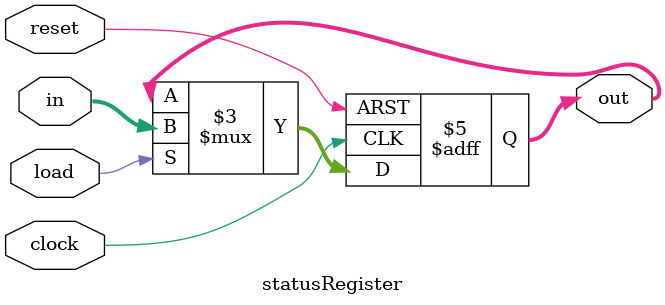
<source format=v>
module datapath(SFR1Out, SFR2Out, SFR3Out, SFR4Out, SFR5Out, SFR6Out, SFR7Out, SFR8Out, SFR9Out, SFR10Out, SFR11Out, SFR12Out, SFRV1O, SFRV2O, reset, clock, controlWord, /*write, AA, BA, DA, K, FS, Bselect, Cin,*/ status, /*loadStatus, ramWrite, pcSelect, PS, loadIR,*/ IRout,/* AS, DS,*/ dataBus, r0, r1, r2, r3, r4, r5, r6, r7, r8, r9, r10, r11, r12, r13, r14, r15, r16, r17, r18, r19, r20, r21, r22, r23, r24, r25, r26, r27, r28, r29, r30, r31);
	input clock;//, Cin, write, Bselect, ramWrite, AS, loadIR, loadStatus, pcSelect;
	//input [4:0] FS, AA, BA, DA;
	//input [1:0] PS, DS;
	//input [63:0] K;
	output reg reset;
	input [95:0] controlWord;
	wire Cin, write, Bselect, ramWrite, AS, loadIR, loadStatus, pcSelect;
	wire [4:0] FS, AA, BA, DA;
	wire [1:0] PS, DS;
	wire [63:0] K;
	
	assign {write, AA, BA, DA, K, FS, Bselect, Cin, loadStatus, ramWrite, pcSelect, PS, loadIR, AS, DS} = controlWord;
	
	output [63:0] r0, r1, r2, r3, r4, r5, r6, r7, r8, r9, r10, r11, r12, r13, r14, r15, r16, r17, r18, r19, r20, r21, r22, r23, r24, r25, r26, r27, r28, r29, r30, r31;
	output [31:0] IRout;
	wire EN_B, EN_ALU, EN_ALU_ADDRESS, EN_PC, EN_PC_ADDRESS, memRead;
	
	output [3:0] status;
	wire [3:0] statusIn;
	wire [63:0] regA, regB, aluB, aluF, pcIn, pcOut, pc4Out;
	wire [31:0] memA;
	output [63:0] dataBus;

	registerfile register (.clock(clock), .write(write), .reset(reset), .wrAddr(DA), .wrData(dataBus), .rdAddrA(AA), .rdDataA(regA), .rdAddrB(BA), .rdDataB(regB), .r0(r0), .r1(r1), .r2(r2), .r3(r3), .r4(r4), .r5(r5), .r6(r6), .r7(r7), .r8(r8), .r9(r9), .r10(r10), .r11(r11), .r12(r12), .r13(r13), .r14(r14), .r15(r15), .r16(r16), .r17(r17), .r18(r18), .r19(r19), .r20(r20), .r21(r21), .r22(r22), .r23(r23), .r24(r24), .r25(r25), .r26(r26), .r27(r27), .r28(r28), .r29(r29), .r30(r30), .r31(r31));
	
	ALU_LEGv8 logicUnit (regA, aluB, Cin, FS, aluF, statusIn);	
	statusRegister statusBits (loadStatus, clock, reset, statusIn, status);
	defparam statusBits.n = 4;
	wire [31:0]romout;
	
	RAM randomAccess (~clock, memA, dataBus, 1'b1, ramWrite, memRead);
	rom programMemory (romout, memA);
	programcounter PC (pcOut, pc4Out, pcIn, PS, clock, reset);
	instruction instructionRegister (loadIR, clock, reset, romout, IRout);
	defparam instructionRegister.n = 32;
	
	decoder_2to1 address (AS, EN_ALU_ADDRESS, EN_PC_ADDRESS);
	decoder_4to1 data (DS, EN_ALU, EN_B, EN_PC, memRead);
	mux_2to1_by64 Bmux (aluB, regB, K, Bselect);
	mux_2to1_by64 PCmux (pcIn, regA, K, pcSelect);
	assign dataBus = EN_B ? regB : 64'bz;
	assign dataBus = EN_ALU ? aluF : 64'bz;
	assign dataBus = EN_PC ? {32'b0, pc4Out[31:0]} : 64'bz;
	assign memA = EN_ALU_ADDRESS ? aluF[31:0] : 32'bz;
	assign memA = EN_PC_ADDRESS ? pcOut[31:0] : 32'bz;
	
	reg state;
	initial begin
		state = 1'b0;
		reset = 1'b1;
	end
	
	always @(posedge clock) begin
		case (state)
			1'b0: begin
				reset = 1'b0;
				state = 1'b1;
			end
			1'b1: reset = 1'b1;
		endcase
	end
	
	
	//SFR Design

wire SFRL1, SFRL2, SFRL3, SFRL4, SFRL5, SFRL6, SFRL7, SFRL8, SFRL9, SFRL10, SFRL11, SFRL12, SFRL13, SFRL14;
output [63:0]SFR1Out, SFR2Out, SFR3Out, SFR4Out, SFR5Out, SFR6Out, SFR7Out, SFR8Out, SFR9Out, SFR10Out, SFR11Out, SFR12Out;

SFRDecoder SFRcode(clock, ramWrite, memA, SFRL1, SFRL2, SFRL3, SFRL4, SFRL5, SFRL6, SFRL7, SFRL8, SFRL9, SFRL10, SFRL11, SFRL12, SFRL13, SFRL14);

	//CHARACTER SFR
SFR SFR1(SFRL1, clock, reset, dataBus, SFR1Out); //register for 'c'

SFR SFR2(SFRL2, clock, reset, dataBus, SFR2Out); //register for 'u'

SFR SFR3(SFRL3, clock, reset, dataBus, SFR3Out); //register for 'r'

SFR SFR4(SFRL4, clock, reset, dataBus, SFR4Out); //register for 's'

SFR SFR5(SFRL5, clock, reset, dataBus, SFR5Out); //register for 'o'

SFR SFR6(SFRL6, clock, reset, dataBus, SFR6Out); //register for ' ' 

SFR SFR7(SFRL7, clock, reset, dataBus, SFR7Out); //register for '|' 

SFR SFR8(SFRL8, clock, reset, dataBus, SFR8Out); //register for 'g' 

SFR SFR9(SFRL9, clock, reset, dataBus, SFR9Out); //register for 'a'

SFR SFR10(SFRL10, clock, reset, dataBus, SFR10Out); //register for 'n'

SFR SFR11(SFRL11, clock, reset, dataBus, SFR11Out); //register for 'd'

SFR SFR12(SFRL12, clock, reset, dataBus, SFR12Out); //register for 'm'


	//NUMBER SF
	
	output [15:0]SFRV1O, SFRV2O; //outputs to CPU to display
	wire  [63:0] SFR13Out, SFR14Out;
	
SFR SFRV1(SFRL13, clock, reset, dataBus, SFR13Out); //links r17 to output onto display

hex_UTF8 V1(SFR13Out, SFRV1O); 

SFR SFRV2(SFRL14, clock, reset, dataBus, SFR14Out); //links r18 to output onto display

hex_UTF8 V2(SFR14Out, SFRV2O); 

endmodule


module mux_2to1_by64(out, inA, inB, select);
	input [63:0] inA, inB;
	input select;
	output reg [63:0] out;
	
	always @(select or inA or inB)
	begin
		case (select)
			1'b0 : out = inA;
			1'b1 : out = inB;
			default : out = 1'bx;
		endcase
	end
endmodule

module decoder_2to1(select, outA, outB);
	input select;
	output reg outA, outB;
	
	always @(select)
	begin
		case (select)
			1'b0 : {outB, outA} = 2'b01;
			1'b1 : {outB, outA} = 2'b10;
		endcase
	end
endmodule

module decoder_4to1(select, outA, outB, outC, outD);
	input [1:0] select;
	output reg outA, outB, outC, outD;
	
	always @(select)
	begin
		case (select)
			2'b00 : {outD, outC, outB, outA} = 4'b0001;
			2'b01 : {outD, outC, outB, outA} = 4'b0010;
			2'b10 : {outD, outC, outB, outA} = 4'b0100;
			2'b11 : {outD, outC, outB, outA} = 4'b1000;
		endcase
	end
endmodule

module instruction(load, clock, reset, in, out);
	parameter n = 64;
	input load, clock, reset;
	input [n-1:0] in;
	output reg [n-1:0] out;

	always @(negedge clock or negedge reset) begin
		if (~reset)
			out <= {n{1'b0}};
		else if (load)
			out <= in;
	end
endmodule

module statusRegister(load, clock, reset, in, out);
	parameter n = 64;
	input load, clock, reset;
	input [n-1:0] in;
	output reg [n-1:0] out;

	always @(negedge clock or negedge reset) begin
		if (~reset)
			out <= {n{1'b0}};
		else if (load)
			out <= in;
	end

		
endmodule






</source>
